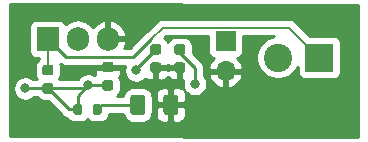
<source format=gbr>
G04 #@! TF.GenerationSoftware,KiCad,Pcbnew,(5.1.8)-1*
G04 #@! TF.CreationDate,2021-02-01T15:11:16-08:00*
G04 #@! TF.ProjectId,Modular_single_driver_Regulator,4d6f6475-6c61-4725-9f73-696e676c655f,rev?*
G04 #@! TF.SameCoordinates,Original*
G04 #@! TF.FileFunction,Copper,L1,Top*
G04 #@! TF.FilePolarity,Positive*
%FSLAX46Y46*%
G04 Gerber Fmt 4.6, Leading zero omitted, Abs format (unit mm)*
G04 Created by KiCad (PCBNEW (5.1.8)-1) date 2021-02-01 15:11:16*
%MOMM*%
%LPD*%
G01*
G04 APERTURE LIST*
G04 #@! TA.AperFunction,ComponentPad*
%ADD10R,2.400000X2.400000*%
G04 #@! TD*
G04 #@! TA.AperFunction,ComponentPad*
%ADD11C,2.400000*%
G04 #@! TD*
G04 #@! TA.AperFunction,ComponentPad*
%ADD12O,1.700000X1.700000*%
G04 #@! TD*
G04 #@! TA.AperFunction,ComponentPad*
%ADD13R,1.700000X1.700000*%
G04 #@! TD*
G04 #@! TA.AperFunction,ComponentPad*
%ADD14R,1.905000X2.000000*%
G04 #@! TD*
G04 #@! TA.AperFunction,ComponentPad*
%ADD15O,1.905000X2.000000*%
G04 #@! TD*
G04 #@! TA.AperFunction,ViaPad*
%ADD16C,0.800000*%
G04 #@! TD*
G04 #@! TA.AperFunction,Conductor*
%ADD17C,0.250000*%
G04 #@! TD*
G04 #@! TA.AperFunction,Conductor*
%ADD18C,0.200000*%
G04 #@! TD*
G04 #@! TA.AperFunction,Conductor*
%ADD19C,0.254000*%
G04 #@! TD*
G04 #@! TA.AperFunction,Conductor*
%ADD20C,0.100000*%
G04 #@! TD*
G04 APERTURE END LIST*
G04 #@! TA.AperFunction,SMDPad,CuDef*
G36*
G01*
X156722000Y-113824000D02*
X157222000Y-113824000D01*
G75*
G02*
X157447000Y-114049000I0J-225000D01*
G01*
X157447000Y-114499000D01*
G75*
G02*
X157222000Y-114724000I-225000J0D01*
G01*
X156722000Y-114724000D01*
G75*
G02*
X156497000Y-114499000I0J225000D01*
G01*
X156497000Y-114049000D01*
G75*
G02*
X156722000Y-113824000I225000J0D01*
G01*
G37*
G04 #@! TD.AperFunction*
G04 #@! TA.AperFunction,SMDPad,CuDef*
G36*
G01*
X156722000Y-115374000D02*
X157222000Y-115374000D01*
G75*
G02*
X157447000Y-115599000I0J-225000D01*
G01*
X157447000Y-116049000D01*
G75*
G02*
X157222000Y-116274000I-225000J0D01*
G01*
X156722000Y-116274000D01*
G75*
G02*
X156497000Y-116049000I0J225000D01*
G01*
X156497000Y-115599000D01*
G75*
G02*
X156722000Y-115374000I225000J0D01*
G01*
G37*
G04 #@! TD.AperFunction*
G04 #@! TA.AperFunction,SMDPad,CuDef*
G36*
G01*
X161802000Y-115120000D02*
X162302000Y-115120000D01*
G75*
G02*
X162527000Y-115345000I0J-225000D01*
G01*
X162527000Y-115795000D01*
G75*
G02*
X162302000Y-116020000I-225000J0D01*
G01*
X161802000Y-116020000D01*
G75*
G02*
X161577000Y-115795000I0J225000D01*
G01*
X161577000Y-115345000D01*
G75*
G02*
X161802000Y-115120000I225000J0D01*
G01*
G37*
G04 #@! TD.AperFunction*
G04 #@! TA.AperFunction,SMDPad,CuDef*
G36*
G01*
X161802000Y-113570000D02*
X162302000Y-113570000D01*
G75*
G02*
X162527000Y-113795000I0J-225000D01*
G01*
X162527000Y-114245000D01*
G75*
G02*
X162302000Y-114470000I-225000J0D01*
G01*
X161802000Y-114470000D01*
G75*
G02*
X161577000Y-114245000I0J225000D01*
G01*
X161577000Y-113795000D01*
G75*
G02*
X161802000Y-113570000I225000J0D01*
G01*
G37*
G04 #@! TD.AperFunction*
G04 #@! TA.AperFunction,SMDPad,CuDef*
G36*
G01*
X166366000Y-114522000D02*
X165866000Y-114522000D01*
G75*
G02*
X165641000Y-114297000I0J225000D01*
G01*
X165641000Y-113847000D01*
G75*
G02*
X165866000Y-113622000I225000J0D01*
G01*
X166366000Y-113622000D01*
G75*
G02*
X166591000Y-113847000I0J-225000D01*
G01*
X166591000Y-114297000D01*
G75*
G02*
X166366000Y-114522000I-225000J0D01*
G01*
G37*
G04 #@! TD.AperFunction*
G04 #@! TA.AperFunction,SMDPad,CuDef*
G36*
G01*
X166366000Y-112972000D02*
X165866000Y-112972000D01*
G75*
G02*
X165641000Y-112747000I0J225000D01*
G01*
X165641000Y-112297000D01*
G75*
G02*
X165866000Y-112072000I225000J0D01*
G01*
X166366000Y-112072000D01*
G75*
G02*
X166591000Y-112297000I0J-225000D01*
G01*
X166591000Y-112747000D01*
G75*
G02*
X166366000Y-112972000I-225000J0D01*
G01*
G37*
G04 #@! TD.AperFunction*
G04 #@! TA.AperFunction,SMDPad,CuDef*
G36*
G01*
X168398000Y-112972000D02*
X167898000Y-112972000D01*
G75*
G02*
X167673000Y-112747000I0J225000D01*
G01*
X167673000Y-112297000D01*
G75*
G02*
X167898000Y-112072000I225000J0D01*
G01*
X168398000Y-112072000D01*
G75*
G02*
X168623000Y-112297000I0J-225000D01*
G01*
X168623000Y-112747000D01*
G75*
G02*
X168398000Y-112972000I-225000J0D01*
G01*
G37*
G04 #@! TD.AperFunction*
G04 #@! TA.AperFunction,SMDPad,CuDef*
G36*
G01*
X168398000Y-114522000D02*
X167898000Y-114522000D01*
G75*
G02*
X167673000Y-114297000I0J225000D01*
G01*
X167673000Y-113847000D01*
G75*
G02*
X167898000Y-113622000I225000J0D01*
G01*
X168398000Y-113622000D01*
G75*
G02*
X168623000Y-113847000I0J-225000D01*
G01*
X168623000Y-114297000D01*
G75*
G02*
X168398000Y-114522000I-225000J0D01*
G01*
G37*
G04 #@! TD.AperFunction*
G04 #@! TA.AperFunction,SMDPad,CuDef*
G36*
G01*
X163967000Y-117846000D02*
X163967000Y-116596000D01*
G75*
G02*
X164217000Y-116346000I250000J0D01*
G01*
X164967000Y-116346000D01*
G75*
G02*
X165217000Y-116596000I0J-250000D01*
G01*
X165217000Y-117846000D01*
G75*
G02*
X164967000Y-118096000I-250000J0D01*
G01*
X164217000Y-118096000D01*
G75*
G02*
X163967000Y-117846000I0J250000D01*
G01*
G37*
G04 #@! TD.AperFunction*
G04 #@! TA.AperFunction,SMDPad,CuDef*
G36*
G01*
X166767000Y-117846000D02*
X166767000Y-116596000D01*
G75*
G02*
X167017000Y-116346000I250000J0D01*
G01*
X167767000Y-116346000D01*
G75*
G02*
X168017000Y-116596000I0J-250000D01*
G01*
X168017000Y-117846000D01*
G75*
G02*
X167767000Y-118096000I-250000J0D01*
G01*
X167017000Y-118096000D01*
G75*
G02*
X166767000Y-117846000I0J250000D01*
G01*
G37*
G04 #@! TD.AperFunction*
D10*
X179959000Y-113220500D03*
D11*
X176459000Y-113220500D03*
D12*
X172021500Y-114363500D03*
D13*
X172021500Y-111823500D03*
G04 #@! TA.AperFunction,SMDPad,CuDef*
G36*
G01*
X161562000Y-117327000D02*
X161562000Y-117877000D01*
G75*
G02*
X161362000Y-118077000I-200000J0D01*
G01*
X160962000Y-118077000D01*
G75*
G02*
X160762000Y-117877000I0J200000D01*
G01*
X160762000Y-117327000D01*
G75*
G02*
X160962000Y-117127000I200000J0D01*
G01*
X161362000Y-117127000D01*
G75*
G02*
X161562000Y-117327000I0J-200000D01*
G01*
G37*
G04 #@! TD.AperFunction*
G04 #@! TA.AperFunction,SMDPad,CuDef*
G36*
G01*
X159912000Y-117327000D02*
X159912000Y-117877000D01*
G75*
G02*
X159712000Y-118077000I-200000J0D01*
G01*
X159312000Y-118077000D01*
G75*
G02*
X159112000Y-117877000I0J200000D01*
G01*
X159112000Y-117327000D01*
G75*
G02*
X159312000Y-117127000I200000J0D01*
G01*
X159712000Y-117127000D01*
G75*
G02*
X159912000Y-117327000I0J-200000D01*
G01*
G37*
G04 #@! TD.AperFunction*
D14*
X156972000Y-111633000D03*
D15*
X159512000Y-111633000D03*
X162052000Y-111633000D03*
D16*
X169418000Y-115443000D03*
X164465000Y-114300000D03*
X160401000Y-115570000D03*
X155067000Y-115824000D03*
D17*
X158496000Y-113157000D02*
X156972000Y-111633000D01*
X164228166Y-113157000D02*
X158496000Y-113157000D01*
X165753167Y-111631999D02*
X164228166Y-113157000D01*
D18*
X177411999Y-110673499D02*
X179959000Y-113220500D01*
X166711667Y-110673499D02*
X177411999Y-110673499D01*
X165753167Y-111631999D02*
X166711667Y-110673499D01*
X156972000Y-114274000D02*
X156972000Y-111633000D01*
D17*
X164465000Y-114173000D02*
X166116000Y-112522000D01*
X164465000Y-114300000D02*
X164465000Y-114173000D01*
X169418000Y-114089166D02*
X169418000Y-115443000D01*
X168148000Y-112819166D02*
X169418000Y-114089166D01*
X168148000Y-112522000D02*
X168148000Y-112819166D01*
X162052000Y-115570000D02*
X160401000Y-115570000D01*
X159512000Y-116459000D02*
X160401000Y-115570000D01*
X159512000Y-117602000D02*
X159512000Y-116459000D01*
X158750000Y-117602000D02*
X156972000Y-115824000D01*
X159512000Y-117602000D02*
X158750000Y-117602000D01*
X155067000Y-115824000D02*
X156972000Y-115824000D01*
X160147000Y-115824000D02*
X160401000Y-115570000D01*
X156972000Y-115824000D02*
X160147000Y-115824000D01*
X161543000Y-117221000D02*
X161162000Y-117602000D01*
X164592000Y-117221000D02*
X161543000Y-117221000D01*
D19*
X183197500Y-108775229D02*
X183197500Y-119951227D01*
X153797000Y-119888271D01*
X153797000Y-115722061D01*
X154032000Y-115722061D01*
X154032000Y-115925939D01*
X154071774Y-116125898D01*
X154149795Y-116314256D01*
X154263063Y-116483774D01*
X154407226Y-116627937D01*
X154576744Y-116741205D01*
X154765102Y-116819226D01*
X154965061Y-116859000D01*
X155168939Y-116859000D01*
X155368898Y-116819226D01*
X155557256Y-116741205D01*
X155726774Y-116627937D01*
X155770711Y-116584000D01*
X156049932Y-116584000D01*
X156111716Y-116659284D01*
X156242503Y-116766618D01*
X156391717Y-116846375D01*
X156553623Y-116895488D01*
X156722000Y-116912072D01*
X156985271Y-116912072D01*
X158186201Y-118113003D01*
X158209999Y-118142001D01*
X158325724Y-118236974D01*
X158457753Y-118307546D01*
X158601014Y-118351003D01*
X158623909Y-118353258D01*
X158719394Y-118469606D01*
X158846392Y-118573831D01*
X158991284Y-118651278D01*
X159148500Y-118698969D01*
X159312000Y-118715072D01*
X159712000Y-118715072D01*
X159875500Y-118698969D01*
X160032716Y-118651278D01*
X160177608Y-118573831D01*
X160304606Y-118469606D01*
X160337000Y-118430134D01*
X160369394Y-118469606D01*
X160496392Y-118573831D01*
X160641284Y-118651278D01*
X160798500Y-118698969D01*
X160962000Y-118715072D01*
X161362000Y-118715072D01*
X161525500Y-118698969D01*
X161682716Y-118651278D01*
X161827608Y-118573831D01*
X161954606Y-118469606D01*
X162058831Y-118342608D01*
X162136278Y-118197716D01*
X162183969Y-118040500D01*
X162189829Y-117981000D01*
X163342224Y-117981000D01*
X163345992Y-118019254D01*
X163396528Y-118185850D01*
X163478595Y-118339386D01*
X163589038Y-118473962D01*
X163723614Y-118584405D01*
X163877150Y-118666472D01*
X164043746Y-118717008D01*
X164217000Y-118734072D01*
X164967000Y-118734072D01*
X165140254Y-118717008D01*
X165306850Y-118666472D01*
X165460386Y-118584405D01*
X165594962Y-118473962D01*
X165705405Y-118339386D01*
X165787472Y-118185850D01*
X165814727Y-118096000D01*
X166128928Y-118096000D01*
X166141188Y-118220482D01*
X166177498Y-118340180D01*
X166236463Y-118450494D01*
X166315815Y-118547185D01*
X166412506Y-118626537D01*
X166522820Y-118685502D01*
X166642518Y-118721812D01*
X166767000Y-118734072D01*
X167106250Y-118731000D01*
X167265000Y-118572250D01*
X167265000Y-117348000D01*
X167519000Y-117348000D01*
X167519000Y-118572250D01*
X167677750Y-118731000D01*
X168017000Y-118734072D01*
X168141482Y-118721812D01*
X168261180Y-118685502D01*
X168371494Y-118626537D01*
X168468185Y-118547185D01*
X168547537Y-118450494D01*
X168606502Y-118340180D01*
X168642812Y-118220482D01*
X168655072Y-118096000D01*
X168652000Y-117506750D01*
X168493250Y-117348000D01*
X167519000Y-117348000D01*
X167265000Y-117348000D01*
X166290750Y-117348000D01*
X166132000Y-117506750D01*
X166128928Y-118096000D01*
X165814727Y-118096000D01*
X165838008Y-118019254D01*
X165855072Y-117846000D01*
X165855072Y-116596000D01*
X165838008Y-116422746D01*
X165814728Y-116346000D01*
X166128928Y-116346000D01*
X166132000Y-116935250D01*
X166290750Y-117094000D01*
X167265000Y-117094000D01*
X167265000Y-115869750D01*
X167106250Y-115711000D01*
X166767000Y-115707928D01*
X166642518Y-115720188D01*
X166522820Y-115756498D01*
X166412506Y-115815463D01*
X166315815Y-115894815D01*
X166236463Y-115991506D01*
X166177498Y-116101820D01*
X166141188Y-116221518D01*
X166128928Y-116346000D01*
X165814728Y-116346000D01*
X165787472Y-116256150D01*
X165705405Y-116102614D01*
X165594962Y-115968038D01*
X165460386Y-115857595D01*
X165306850Y-115775528D01*
X165140254Y-115724992D01*
X164967000Y-115707928D01*
X164217000Y-115707928D01*
X164043746Y-115724992D01*
X163877150Y-115775528D01*
X163723614Y-115857595D01*
X163589038Y-115968038D01*
X163478595Y-116102614D01*
X163396528Y-116256150D01*
X163345992Y-116422746D01*
X163342224Y-116461000D01*
X162844394Y-116461000D01*
X162912284Y-116405284D01*
X163019618Y-116274497D01*
X163099375Y-116125283D01*
X163148488Y-115963377D01*
X163165072Y-115795000D01*
X163165072Y-115345000D01*
X163148488Y-115176623D01*
X163099375Y-115014717D01*
X163021300Y-114868649D01*
X163057537Y-114824494D01*
X163116502Y-114714180D01*
X163152812Y-114594482D01*
X163165072Y-114470000D01*
X163162000Y-114305750D01*
X163003250Y-114147000D01*
X162179000Y-114147000D01*
X162179000Y-114167000D01*
X161925000Y-114167000D01*
X161925000Y-114147000D01*
X161100750Y-114147000D01*
X160942000Y-114305750D01*
X160938928Y-114470000D01*
X160951188Y-114594482D01*
X160987498Y-114714180D01*
X160989927Y-114718725D01*
X160891256Y-114652795D01*
X160702898Y-114574774D01*
X160502939Y-114535000D01*
X160299061Y-114535000D01*
X160099102Y-114574774D01*
X159910744Y-114652795D01*
X159741226Y-114766063D01*
X159597063Y-114910226D01*
X159494315Y-115064000D01*
X157894068Y-115064000D01*
X157881758Y-115049000D01*
X157939618Y-114978497D01*
X158019375Y-114829283D01*
X158068488Y-114667377D01*
X158085072Y-114499000D01*
X158085072Y-114049000D01*
X158068488Y-113880623D01*
X158031611Y-113759054D01*
X158055685Y-113778811D01*
X158071724Y-113791974D01*
X158203753Y-113862546D01*
X158347014Y-113906003D01*
X158458667Y-113917000D01*
X158458676Y-113917000D01*
X158495999Y-113920676D01*
X158533322Y-113917000D01*
X163503368Y-113917000D01*
X163469774Y-113998102D01*
X163430000Y-114198061D01*
X163430000Y-114401939D01*
X163469774Y-114601898D01*
X163547795Y-114790256D01*
X163661063Y-114959774D01*
X163805226Y-115103937D01*
X163974744Y-115217205D01*
X164163102Y-115295226D01*
X164363061Y-115335000D01*
X164566939Y-115335000D01*
X164766898Y-115295226D01*
X164955256Y-115217205D01*
X165124774Y-115103937D01*
X165225907Y-115002804D01*
X165286506Y-115052537D01*
X165396820Y-115111502D01*
X165516518Y-115147812D01*
X165641000Y-115160072D01*
X165830250Y-115157000D01*
X165989000Y-114998250D01*
X165989000Y-114199000D01*
X166243000Y-114199000D01*
X166243000Y-114998250D01*
X166401750Y-115157000D01*
X166591000Y-115160072D01*
X166715482Y-115147812D01*
X166835180Y-115111502D01*
X166945494Y-115052537D01*
X167042185Y-114973185D01*
X167121537Y-114876494D01*
X167132000Y-114856919D01*
X167142463Y-114876494D01*
X167221815Y-114973185D01*
X167318506Y-115052537D01*
X167428820Y-115111502D01*
X167548518Y-115147812D01*
X167673000Y-115160072D01*
X167862250Y-115157000D01*
X168021000Y-114998250D01*
X168021000Y-114199000D01*
X167196750Y-114199000D01*
X167132000Y-114263750D01*
X167067250Y-114199000D01*
X166243000Y-114199000D01*
X165989000Y-114199000D01*
X165969000Y-114199000D01*
X165969000Y-113945000D01*
X165989000Y-113945000D01*
X165989000Y-113925000D01*
X166243000Y-113925000D01*
X166243000Y-113945000D01*
X167067250Y-113945000D01*
X167132000Y-113880250D01*
X167196750Y-113945000D01*
X168021000Y-113945000D01*
X168021000Y-113925000D01*
X168179033Y-113925000D01*
X168295000Y-114040968D01*
X168295000Y-114199000D01*
X168275000Y-114199000D01*
X168275000Y-114998250D01*
X168421957Y-115145207D01*
X168383000Y-115341061D01*
X168383000Y-115544939D01*
X168422774Y-115744898D01*
X168500795Y-115933256D01*
X168505450Y-115940223D01*
X168468185Y-115894815D01*
X168371494Y-115815463D01*
X168261180Y-115756498D01*
X168141482Y-115720188D01*
X168017000Y-115707928D01*
X167677750Y-115711000D01*
X167519000Y-115869750D01*
X167519000Y-117094000D01*
X168493250Y-117094000D01*
X168652000Y-116935250D01*
X168655072Y-116346000D01*
X168642812Y-116221518D01*
X168606502Y-116101820D01*
X168578813Y-116050019D01*
X168614063Y-116102774D01*
X168758226Y-116246937D01*
X168927744Y-116360205D01*
X169116102Y-116438226D01*
X169316061Y-116478000D01*
X169519939Y-116478000D01*
X169719898Y-116438226D01*
X169908256Y-116360205D01*
X170077774Y-116246937D01*
X170221937Y-116102774D01*
X170335205Y-115933256D01*
X170413226Y-115744898D01*
X170453000Y-115544939D01*
X170453000Y-115341061D01*
X170413226Y-115141102D01*
X170335205Y-114952744D01*
X170221937Y-114783226D01*
X170178000Y-114739289D01*
X170178000Y-114720390D01*
X170580024Y-114720390D01*
X170624675Y-114867599D01*
X170749859Y-115130420D01*
X170923912Y-115363769D01*
X171140145Y-115558678D01*
X171390248Y-115707657D01*
X171664609Y-115804981D01*
X171894500Y-115684314D01*
X171894500Y-114490500D01*
X172148500Y-114490500D01*
X172148500Y-115684314D01*
X172378391Y-115804981D01*
X172652752Y-115707657D01*
X172902855Y-115558678D01*
X173119088Y-115363769D01*
X173293141Y-115130420D01*
X173418325Y-114867599D01*
X173462976Y-114720390D01*
X173341655Y-114490500D01*
X172148500Y-114490500D01*
X171894500Y-114490500D01*
X170701345Y-114490500D01*
X170580024Y-114720390D01*
X170178000Y-114720390D01*
X170178000Y-114126488D01*
X170181676Y-114089165D01*
X170178000Y-114051842D01*
X170178000Y-114051833D01*
X170167003Y-113940180D01*
X170123546Y-113796919D01*
X170052974Y-113664890D01*
X169958001Y-113549165D01*
X169929004Y-113525368D01*
X169251170Y-112847535D01*
X169261072Y-112747000D01*
X169261072Y-112297000D01*
X169244488Y-112128623D01*
X169195375Y-111966717D01*
X169115618Y-111817503D01*
X169008284Y-111686716D01*
X168877497Y-111579382D01*
X168728283Y-111499625D01*
X168566377Y-111450512D01*
X168398000Y-111433928D01*
X167898000Y-111433928D01*
X167729623Y-111450512D01*
X167567717Y-111499625D01*
X167418503Y-111579382D01*
X167287716Y-111686716D01*
X167180382Y-111817503D01*
X167132000Y-111908019D01*
X167083618Y-111817503D01*
X166976284Y-111686716D01*
X166845497Y-111579382D01*
X166845323Y-111579289D01*
X167016114Y-111408499D01*
X170533428Y-111408499D01*
X170533428Y-112673500D01*
X170545688Y-112797982D01*
X170581998Y-112917680D01*
X170640963Y-113027994D01*
X170720315Y-113124685D01*
X170817006Y-113204037D01*
X170927320Y-113263002D01*
X171007966Y-113287466D01*
X170923912Y-113363231D01*
X170749859Y-113596580D01*
X170624675Y-113859401D01*
X170580024Y-114006610D01*
X170701345Y-114236500D01*
X171894500Y-114236500D01*
X171894500Y-114216500D01*
X172148500Y-114216500D01*
X172148500Y-114236500D01*
X173341655Y-114236500D01*
X173462976Y-114006610D01*
X173418325Y-113859401D01*
X173293141Y-113596580D01*
X173119088Y-113363231D01*
X173035034Y-113287466D01*
X173115680Y-113263002D01*
X173225994Y-113204037D01*
X173322685Y-113124685D01*
X173402037Y-113027994D01*
X173461002Y-112917680D01*
X173497312Y-112797982D01*
X173509572Y-112673500D01*
X173509572Y-111408499D01*
X176162644Y-111408499D01*
X175923750Y-111456018D01*
X175589801Y-111594344D01*
X175289256Y-111795162D01*
X175033662Y-112050756D01*
X174832844Y-112351301D01*
X174694518Y-112685250D01*
X174624000Y-113039768D01*
X174624000Y-113401232D01*
X174694518Y-113755750D01*
X174832844Y-114089699D01*
X175033662Y-114390244D01*
X175289256Y-114645838D01*
X175589801Y-114846656D01*
X175923750Y-114984982D01*
X176278268Y-115055500D01*
X176639732Y-115055500D01*
X176994250Y-114984982D01*
X177328199Y-114846656D01*
X177628744Y-114645838D01*
X177884338Y-114390244D01*
X178085156Y-114089699D01*
X178120928Y-114003338D01*
X178120928Y-114420500D01*
X178133188Y-114544982D01*
X178169498Y-114664680D01*
X178228463Y-114774994D01*
X178307815Y-114871685D01*
X178404506Y-114951037D01*
X178514820Y-115010002D01*
X178634518Y-115046312D01*
X178759000Y-115058572D01*
X181159000Y-115058572D01*
X181283482Y-115046312D01*
X181403180Y-115010002D01*
X181513494Y-114951037D01*
X181610185Y-114871685D01*
X181689537Y-114774994D01*
X181748502Y-114664680D01*
X181784812Y-114544982D01*
X181797072Y-114420500D01*
X181797072Y-112020500D01*
X181784812Y-111896018D01*
X181748502Y-111776320D01*
X181689537Y-111666006D01*
X181610185Y-111569315D01*
X181513494Y-111489963D01*
X181403180Y-111430998D01*
X181283482Y-111394688D01*
X181159000Y-111382428D01*
X179160374Y-111382428D01*
X177957258Y-110179311D01*
X177934237Y-110151261D01*
X177822319Y-110059412D01*
X177694632Y-109991162D01*
X177556084Y-109949134D01*
X177448104Y-109938499D01*
X177411999Y-109934943D01*
X177375894Y-109938499D01*
X166747772Y-109938499D01*
X166711667Y-109934943D01*
X166567582Y-109949134D01*
X166429033Y-109991162D01*
X166333105Y-110042437D01*
X166301347Y-110059412D01*
X166189429Y-110151261D01*
X166166413Y-110179306D01*
X165371437Y-110974283D01*
X165328890Y-110997025D01*
X165242164Y-111068200D01*
X163913365Y-112397000D01*
X163459558Y-112397000D01*
X163510879Y-112303446D01*
X163604378Y-112006863D01*
X163477570Y-111760000D01*
X162179000Y-111760000D01*
X162179000Y-111780000D01*
X161925000Y-111780000D01*
X161925000Y-111760000D01*
X161905000Y-111760000D01*
X161905000Y-111506000D01*
X161925000Y-111506000D01*
X161925000Y-110162406D01*
X162179000Y-110162406D01*
X162179000Y-111506000D01*
X163477570Y-111506000D01*
X163604378Y-111259137D01*
X163510879Y-110962554D01*
X163361316Y-110689911D01*
X163161437Y-110451685D01*
X162918923Y-110257031D01*
X162643094Y-110113429D01*
X162424980Y-110042437D01*
X162179000Y-110162406D01*
X161925000Y-110162406D01*
X161679020Y-110042437D01*
X161460906Y-110113429D01*
X161185077Y-110257031D01*
X160942563Y-110451685D01*
X160787163Y-110636899D01*
X160639963Y-110457537D01*
X160398234Y-110259155D01*
X160122448Y-110111745D01*
X159823203Y-110020970D01*
X159512000Y-109990319D01*
X159200796Y-110020970D01*
X158901551Y-110111745D01*
X158625765Y-110259155D01*
X158499905Y-110362446D01*
X158455037Y-110278506D01*
X158375685Y-110181815D01*
X158278994Y-110102463D01*
X158168680Y-110043498D01*
X158048982Y-110007188D01*
X157924500Y-109994928D01*
X156019500Y-109994928D01*
X155895018Y-110007188D01*
X155775320Y-110043498D01*
X155665006Y-110102463D01*
X155568315Y-110181815D01*
X155488963Y-110278506D01*
X155429998Y-110388820D01*
X155393688Y-110508518D01*
X155381428Y-110633000D01*
X155381428Y-112633000D01*
X155393688Y-112757482D01*
X155429998Y-112877180D01*
X155488963Y-112987494D01*
X155568315Y-113084185D01*
X155665006Y-113163537D01*
X155775320Y-113222502D01*
X155895018Y-113258812D01*
X156019500Y-113271072D01*
X156237000Y-113271072D01*
X156237000Y-113335898D01*
X156111716Y-113438716D01*
X156004382Y-113569503D01*
X155924625Y-113718717D01*
X155875512Y-113880623D01*
X155858928Y-114049000D01*
X155858928Y-114499000D01*
X155875512Y-114667377D01*
X155924625Y-114829283D01*
X156004382Y-114978497D01*
X156062242Y-115049000D01*
X156049932Y-115064000D01*
X155770711Y-115064000D01*
X155726774Y-115020063D01*
X155557256Y-114906795D01*
X155368898Y-114828774D01*
X155168939Y-114789000D01*
X154965061Y-114789000D01*
X154765102Y-114828774D01*
X154576744Y-114906795D01*
X154407226Y-115020063D01*
X154263063Y-115164226D01*
X154149795Y-115333744D01*
X154071774Y-115522102D01*
X154032000Y-115722061D01*
X153797000Y-115722061D01*
X153797000Y-108712273D01*
X183197500Y-108775229D01*
G04 #@! TA.AperFunction,Conductor*
D20*
G36*
X183197500Y-108775229D02*
G01*
X183197500Y-119951227D01*
X153797000Y-119888271D01*
X153797000Y-115722061D01*
X154032000Y-115722061D01*
X154032000Y-115925939D01*
X154071774Y-116125898D01*
X154149795Y-116314256D01*
X154263063Y-116483774D01*
X154407226Y-116627937D01*
X154576744Y-116741205D01*
X154765102Y-116819226D01*
X154965061Y-116859000D01*
X155168939Y-116859000D01*
X155368898Y-116819226D01*
X155557256Y-116741205D01*
X155726774Y-116627937D01*
X155770711Y-116584000D01*
X156049932Y-116584000D01*
X156111716Y-116659284D01*
X156242503Y-116766618D01*
X156391717Y-116846375D01*
X156553623Y-116895488D01*
X156722000Y-116912072D01*
X156985271Y-116912072D01*
X158186201Y-118113003D01*
X158209999Y-118142001D01*
X158325724Y-118236974D01*
X158457753Y-118307546D01*
X158601014Y-118351003D01*
X158623909Y-118353258D01*
X158719394Y-118469606D01*
X158846392Y-118573831D01*
X158991284Y-118651278D01*
X159148500Y-118698969D01*
X159312000Y-118715072D01*
X159712000Y-118715072D01*
X159875500Y-118698969D01*
X160032716Y-118651278D01*
X160177608Y-118573831D01*
X160304606Y-118469606D01*
X160337000Y-118430134D01*
X160369394Y-118469606D01*
X160496392Y-118573831D01*
X160641284Y-118651278D01*
X160798500Y-118698969D01*
X160962000Y-118715072D01*
X161362000Y-118715072D01*
X161525500Y-118698969D01*
X161682716Y-118651278D01*
X161827608Y-118573831D01*
X161954606Y-118469606D01*
X162058831Y-118342608D01*
X162136278Y-118197716D01*
X162183969Y-118040500D01*
X162189829Y-117981000D01*
X163342224Y-117981000D01*
X163345992Y-118019254D01*
X163396528Y-118185850D01*
X163478595Y-118339386D01*
X163589038Y-118473962D01*
X163723614Y-118584405D01*
X163877150Y-118666472D01*
X164043746Y-118717008D01*
X164217000Y-118734072D01*
X164967000Y-118734072D01*
X165140254Y-118717008D01*
X165306850Y-118666472D01*
X165460386Y-118584405D01*
X165594962Y-118473962D01*
X165705405Y-118339386D01*
X165787472Y-118185850D01*
X165814727Y-118096000D01*
X166128928Y-118096000D01*
X166141188Y-118220482D01*
X166177498Y-118340180D01*
X166236463Y-118450494D01*
X166315815Y-118547185D01*
X166412506Y-118626537D01*
X166522820Y-118685502D01*
X166642518Y-118721812D01*
X166767000Y-118734072D01*
X167106250Y-118731000D01*
X167265000Y-118572250D01*
X167265000Y-117348000D01*
X167519000Y-117348000D01*
X167519000Y-118572250D01*
X167677750Y-118731000D01*
X168017000Y-118734072D01*
X168141482Y-118721812D01*
X168261180Y-118685502D01*
X168371494Y-118626537D01*
X168468185Y-118547185D01*
X168547537Y-118450494D01*
X168606502Y-118340180D01*
X168642812Y-118220482D01*
X168655072Y-118096000D01*
X168652000Y-117506750D01*
X168493250Y-117348000D01*
X167519000Y-117348000D01*
X167265000Y-117348000D01*
X166290750Y-117348000D01*
X166132000Y-117506750D01*
X166128928Y-118096000D01*
X165814727Y-118096000D01*
X165838008Y-118019254D01*
X165855072Y-117846000D01*
X165855072Y-116596000D01*
X165838008Y-116422746D01*
X165814728Y-116346000D01*
X166128928Y-116346000D01*
X166132000Y-116935250D01*
X166290750Y-117094000D01*
X167265000Y-117094000D01*
X167265000Y-115869750D01*
X167106250Y-115711000D01*
X166767000Y-115707928D01*
X166642518Y-115720188D01*
X166522820Y-115756498D01*
X166412506Y-115815463D01*
X166315815Y-115894815D01*
X166236463Y-115991506D01*
X166177498Y-116101820D01*
X166141188Y-116221518D01*
X166128928Y-116346000D01*
X165814728Y-116346000D01*
X165787472Y-116256150D01*
X165705405Y-116102614D01*
X165594962Y-115968038D01*
X165460386Y-115857595D01*
X165306850Y-115775528D01*
X165140254Y-115724992D01*
X164967000Y-115707928D01*
X164217000Y-115707928D01*
X164043746Y-115724992D01*
X163877150Y-115775528D01*
X163723614Y-115857595D01*
X163589038Y-115968038D01*
X163478595Y-116102614D01*
X163396528Y-116256150D01*
X163345992Y-116422746D01*
X163342224Y-116461000D01*
X162844394Y-116461000D01*
X162912284Y-116405284D01*
X163019618Y-116274497D01*
X163099375Y-116125283D01*
X163148488Y-115963377D01*
X163165072Y-115795000D01*
X163165072Y-115345000D01*
X163148488Y-115176623D01*
X163099375Y-115014717D01*
X163021300Y-114868649D01*
X163057537Y-114824494D01*
X163116502Y-114714180D01*
X163152812Y-114594482D01*
X163165072Y-114470000D01*
X163162000Y-114305750D01*
X163003250Y-114147000D01*
X162179000Y-114147000D01*
X162179000Y-114167000D01*
X161925000Y-114167000D01*
X161925000Y-114147000D01*
X161100750Y-114147000D01*
X160942000Y-114305750D01*
X160938928Y-114470000D01*
X160951188Y-114594482D01*
X160987498Y-114714180D01*
X160989927Y-114718725D01*
X160891256Y-114652795D01*
X160702898Y-114574774D01*
X160502939Y-114535000D01*
X160299061Y-114535000D01*
X160099102Y-114574774D01*
X159910744Y-114652795D01*
X159741226Y-114766063D01*
X159597063Y-114910226D01*
X159494315Y-115064000D01*
X157894068Y-115064000D01*
X157881758Y-115049000D01*
X157939618Y-114978497D01*
X158019375Y-114829283D01*
X158068488Y-114667377D01*
X158085072Y-114499000D01*
X158085072Y-114049000D01*
X158068488Y-113880623D01*
X158031611Y-113759054D01*
X158055685Y-113778811D01*
X158071724Y-113791974D01*
X158203753Y-113862546D01*
X158347014Y-113906003D01*
X158458667Y-113917000D01*
X158458676Y-113917000D01*
X158495999Y-113920676D01*
X158533322Y-113917000D01*
X163503368Y-113917000D01*
X163469774Y-113998102D01*
X163430000Y-114198061D01*
X163430000Y-114401939D01*
X163469774Y-114601898D01*
X163547795Y-114790256D01*
X163661063Y-114959774D01*
X163805226Y-115103937D01*
X163974744Y-115217205D01*
X164163102Y-115295226D01*
X164363061Y-115335000D01*
X164566939Y-115335000D01*
X164766898Y-115295226D01*
X164955256Y-115217205D01*
X165124774Y-115103937D01*
X165225907Y-115002804D01*
X165286506Y-115052537D01*
X165396820Y-115111502D01*
X165516518Y-115147812D01*
X165641000Y-115160072D01*
X165830250Y-115157000D01*
X165989000Y-114998250D01*
X165989000Y-114199000D01*
X166243000Y-114199000D01*
X166243000Y-114998250D01*
X166401750Y-115157000D01*
X166591000Y-115160072D01*
X166715482Y-115147812D01*
X166835180Y-115111502D01*
X166945494Y-115052537D01*
X167042185Y-114973185D01*
X167121537Y-114876494D01*
X167132000Y-114856919D01*
X167142463Y-114876494D01*
X167221815Y-114973185D01*
X167318506Y-115052537D01*
X167428820Y-115111502D01*
X167548518Y-115147812D01*
X167673000Y-115160072D01*
X167862250Y-115157000D01*
X168021000Y-114998250D01*
X168021000Y-114199000D01*
X167196750Y-114199000D01*
X167132000Y-114263750D01*
X167067250Y-114199000D01*
X166243000Y-114199000D01*
X165989000Y-114199000D01*
X165969000Y-114199000D01*
X165969000Y-113945000D01*
X165989000Y-113945000D01*
X165989000Y-113925000D01*
X166243000Y-113925000D01*
X166243000Y-113945000D01*
X167067250Y-113945000D01*
X167132000Y-113880250D01*
X167196750Y-113945000D01*
X168021000Y-113945000D01*
X168021000Y-113925000D01*
X168179033Y-113925000D01*
X168295000Y-114040968D01*
X168295000Y-114199000D01*
X168275000Y-114199000D01*
X168275000Y-114998250D01*
X168421957Y-115145207D01*
X168383000Y-115341061D01*
X168383000Y-115544939D01*
X168422774Y-115744898D01*
X168500795Y-115933256D01*
X168505450Y-115940223D01*
X168468185Y-115894815D01*
X168371494Y-115815463D01*
X168261180Y-115756498D01*
X168141482Y-115720188D01*
X168017000Y-115707928D01*
X167677750Y-115711000D01*
X167519000Y-115869750D01*
X167519000Y-117094000D01*
X168493250Y-117094000D01*
X168652000Y-116935250D01*
X168655072Y-116346000D01*
X168642812Y-116221518D01*
X168606502Y-116101820D01*
X168578813Y-116050019D01*
X168614063Y-116102774D01*
X168758226Y-116246937D01*
X168927744Y-116360205D01*
X169116102Y-116438226D01*
X169316061Y-116478000D01*
X169519939Y-116478000D01*
X169719898Y-116438226D01*
X169908256Y-116360205D01*
X170077774Y-116246937D01*
X170221937Y-116102774D01*
X170335205Y-115933256D01*
X170413226Y-115744898D01*
X170453000Y-115544939D01*
X170453000Y-115341061D01*
X170413226Y-115141102D01*
X170335205Y-114952744D01*
X170221937Y-114783226D01*
X170178000Y-114739289D01*
X170178000Y-114720390D01*
X170580024Y-114720390D01*
X170624675Y-114867599D01*
X170749859Y-115130420D01*
X170923912Y-115363769D01*
X171140145Y-115558678D01*
X171390248Y-115707657D01*
X171664609Y-115804981D01*
X171894500Y-115684314D01*
X171894500Y-114490500D01*
X172148500Y-114490500D01*
X172148500Y-115684314D01*
X172378391Y-115804981D01*
X172652752Y-115707657D01*
X172902855Y-115558678D01*
X173119088Y-115363769D01*
X173293141Y-115130420D01*
X173418325Y-114867599D01*
X173462976Y-114720390D01*
X173341655Y-114490500D01*
X172148500Y-114490500D01*
X171894500Y-114490500D01*
X170701345Y-114490500D01*
X170580024Y-114720390D01*
X170178000Y-114720390D01*
X170178000Y-114126488D01*
X170181676Y-114089165D01*
X170178000Y-114051842D01*
X170178000Y-114051833D01*
X170167003Y-113940180D01*
X170123546Y-113796919D01*
X170052974Y-113664890D01*
X169958001Y-113549165D01*
X169929004Y-113525368D01*
X169251170Y-112847535D01*
X169261072Y-112747000D01*
X169261072Y-112297000D01*
X169244488Y-112128623D01*
X169195375Y-111966717D01*
X169115618Y-111817503D01*
X169008284Y-111686716D01*
X168877497Y-111579382D01*
X168728283Y-111499625D01*
X168566377Y-111450512D01*
X168398000Y-111433928D01*
X167898000Y-111433928D01*
X167729623Y-111450512D01*
X167567717Y-111499625D01*
X167418503Y-111579382D01*
X167287716Y-111686716D01*
X167180382Y-111817503D01*
X167132000Y-111908019D01*
X167083618Y-111817503D01*
X166976284Y-111686716D01*
X166845497Y-111579382D01*
X166845323Y-111579289D01*
X167016114Y-111408499D01*
X170533428Y-111408499D01*
X170533428Y-112673500D01*
X170545688Y-112797982D01*
X170581998Y-112917680D01*
X170640963Y-113027994D01*
X170720315Y-113124685D01*
X170817006Y-113204037D01*
X170927320Y-113263002D01*
X171007966Y-113287466D01*
X170923912Y-113363231D01*
X170749859Y-113596580D01*
X170624675Y-113859401D01*
X170580024Y-114006610D01*
X170701345Y-114236500D01*
X171894500Y-114236500D01*
X171894500Y-114216500D01*
X172148500Y-114216500D01*
X172148500Y-114236500D01*
X173341655Y-114236500D01*
X173462976Y-114006610D01*
X173418325Y-113859401D01*
X173293141Y-113596580D01*
X173119088Y-113363231D01*
X173035034Y-113287466D01*
X173115680Y-113263002D01*
X173225994Y-113204037D01*
X173322685Y-113124685D01*
X173402037Y-113027994D01*
X173461002Y-112917680D01*
X173497312Y-112797982D01*
X173509572Y-112673500D01*
X173509572Y-111408499D01*
X176162644Y-111408499D01*
X175923750Y-111456018D01*
X175589801Y-111594344D01*
X175289256Y-111795162D01*
X175033662Y-112050756D01*
X174832844Y-112351301D01*
X174694518Y-112685250D01*
X174624000Y-113039768D01*
X174624000Y-113401232D01*
X174694518Y-113755750D01*
X174832844Y-114089699D01*
X175033662Y-114390244D01*
X175289256Y-114645838D01*
X175589801Y-114846656D01*
X175923750Y-114984982D01*
X176278268Y-115055500D01*
X176639732Y-115055500D01*
X176994250Y-114984982D01*
X177328199Y-114846656D01*
X177628744Y-114645838D01*
X177884338Y-114390244D01*
X178085156Y-114089699D01*
X178120928Y-114003338D01*
X178120928Y-114420500D01*
X178133188Y-114544982D01*
X178169498Y-114664680D01*
X178228463Y-114774994D01*
X178307815Y-114871685D01*
X178404506Y-114951037D01*
X178514820Y-115010002D01*
X178634518Y-115046312D01*
X178759000Y-115058572D01*
X181159000Y-115058572D01*
X181283482Y-115046312D01*
X181403180Y-115010002D01*
X181513494Y-114951037D01*
X181610185Y-114871685D01*
X181689537Y-114774994D01*
X181748502Y-114664680D01*
X181784812Y-114544982D01*
X181797072Y-114420500D01*
X181797072Y-112020500D01*
X181784812Y-111896018D01*
X181748502Y-111776320D01*
X181689537Y-111666006D01*
X181610185Y-111569315D01*
X181513494Y-111489963D01*
X181403180Y-111430998D01*
X181283482Y-111394688D01*
X181159000Y-111382428D01*
X179160374Y-111382428D01*
X177957258Y-110179311D01*
X177934237Y-110151261D01*
X177822319Y-110059412D01*
X177694632Y-109991162D01*
X177556084Y-109949134D01*
X177448104Y-109938499D01*
X177411999Y-109934943D01*
X177375894Y-109938499D01*
X166747772Y-109938499D01*
X166711667Y-109934943D01*
X166567582Y-109949134D01*
X166429033Y-109991162D01*
X166333105Y-110042437D01*
X166301347Y-110059412D01*
X166189429Y-110151261D01*
X166166413Y-110179306D01*
X165371437Y-110974283D01*
X165328890Y-110997025D01*
X165242164Y-111068200D01*
X163913365Y-112397000D01*
X163459558Y-112397000D01*
X163510879Y-112303446D01*
X163604378Y-112006863D01*
X163477570Y-111760000D01*
X162179000Y-111760000D01*
X162179000Y-111780000D01*
X161925000Y-111780000D01*
X161925000Y-111760000D01*
X161905000Y-111760000D01*
X161905000Y-111506000D01*
X161925000Y-111506000D01*
X161925000Y-110162406D01*
X162179000Y-110162406D01*
X162179000Y-111506000D01*
X163477570Y-111506000D01*
X163604378Y-111259137D01*
X163510879Y-110962554D01*
X163361316Y-110689911D01*
X163161437Y-110451685D01*
X162918923Y-110257031D01*
X162643094Y-110113429D01*
X162424980Y-110042437D01*
X162179000Y-110162406D01*
X161925000Y-110162406D01*
X161679020Y-110042437D01*
X161460906Y-110113429D01*
X161185077Y-110257031D01*
X160942563Y-110451685D01*
X160787163Y-110636899D01*
X160639963Y-110457537D01*
X160398234Y-110259155D01*
X160122448Y-110111745D01*
X159823203Y-110020970D01*
X159512000Y-109990319D01*
X159200796Y-110020970D01*
X158901551Y-110111745D01*
X158625765Y-110259155D01*
X158499905Y-110362446D01*
X158455037Y-110278506D01*
X158375685Y-110181815D01*
X158278994Y-110102463D01*
X158168680Y-110043498D01*
X158048982Y-110007188D01*
X157924500Y-109994928D01*
X156019500Y-109994928D01*
X155895018Y-110007188D01*
X155775320Y-110043498D01*
X155665006Y-110102463D01*
X155568315Y-110181815D01*
X155488963Y-110278506D01*
X155429998Y-110388820D01*
X155393688Y-110508518D01*
X155381428Y-110633000D01*
X155381428Y-112633000D01*
X155393688Y-112757482D01*
X155429998Y-112877180D01*
X155488963Y-112987494D01*
X155568315Y-113084185D01*
X155665006Y-113163537D01*
X155775320Y-113222502D01*
X155895018Y-113258812D01*
X156019500Y-113271072D01*
X156237000Y-113271072D01*
X156237000Y-113335898D01*
X156111716Y-113438716D01*
X156004382Y-113569503D01*
X155924625Y-113718717D01*
X155875512Y-113880623D01*
X155858928Y-114049000D01*
X155858928Y-114499000D01*
X155875512Y-114667377D01*
X155924625Y-114829283D01*
X156004382Y-114978497D01*
X156062242Y-115049000D01*
X156049932Y-115064000D01*
X155770711Y-115064000D01*
X155726774Y-115020063D01*
X155557256Y-114906795D01*
X155368898Y-114828774D01*
X155168939Y-114789000D01*
X154965061Y-114789000D01*
X154765102Y-114828774D01*
X154576744Y-114906795D01*
X154407226Y-115020063D01*
X154263063Y-115164226D01*
X154149795Y-115333744D01*
X154071774Y-115522102D01*
X154032000Y-115722061D01*
X153797000Y-115722061D01*
X153797000Y-108712273D01*
X183197500Y-108775229D01*
G37*
G04 #@! TD.AperFunction*
M02*

</source>
